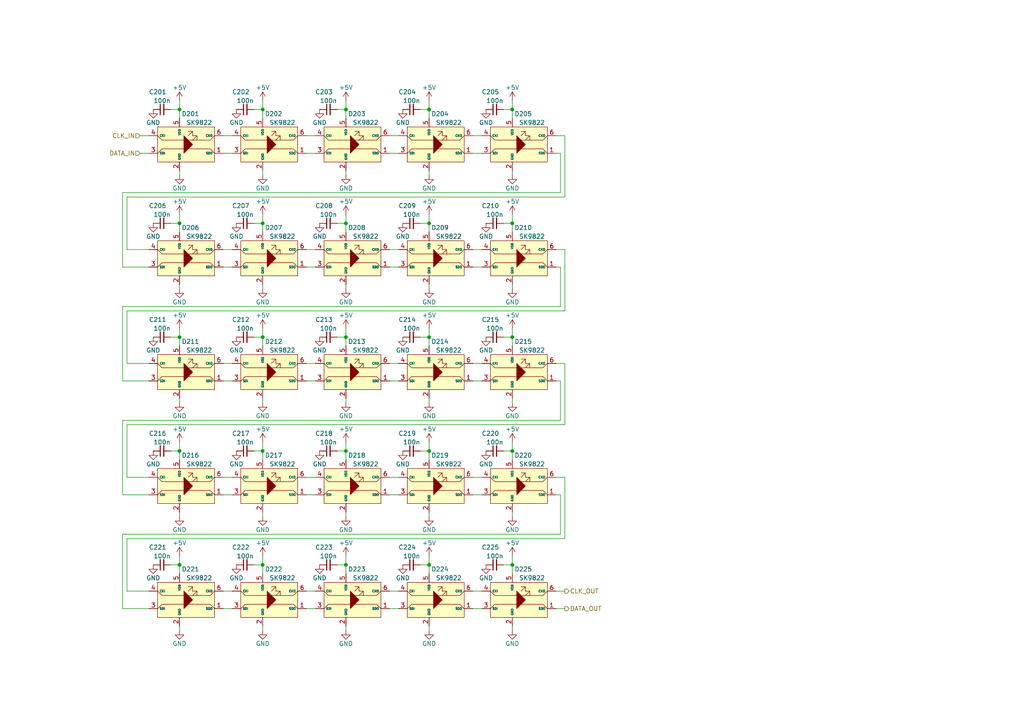
<source format=kicad_sch>
(kicad_sch (version 20210621) (generator eeschema)
  (paper "A4")
  (lib_symbols
    (symbol "Device:C_Small" (pin_numbers hide) (pin_names (offset 0.254) hide)
      (property "Reference" "C" (at 0.254 1.778 0))
      (property "Value" "C_Small" (at 0.254 -2.032 0))
      (symbol "C_Small_0_1"
        (polyline (pts (xy -1.524 -0.508) (xy 1.524 -0.508)) (stroke (width 0.3302)))
        (polyline (pts (xy -1.524 0.508) (xy 1.524 0.508)) (stroke (width 0.3048)))
      )
      (symbol "C_Small_1_1"
        (pin passive line (at 0 2.54 270) (length 2.032) (name "~") (number "1"))
        (pin passive line (at 0 -2.54 90) (length 2.032) (name "~") (number "2"))
      )
    )
    (symbol "LED_Addrs:SK9822"
      (property "Reference" "D" (at 0 1.27 0))
      (property "Value" "SK9822" (at 11.43 1.27 0))
      (symbol "SK9822_0_1"
        (polyline (pts (xy 0 -7.62) (xy 1.27 -6.35) (xy 7.62 -6.35)) (stroke (width 0.1524)))
        (polyline (pts (xy 7.62 -3.81) (xy 1.27 -3.81) (xy 0 -2.54)) (stroke (width 0.1524)))
        (polyline (pts (xy 8.89 -6.35) (xy 15.24 -6.35) (xy 16.51 -7.62)) (stroke (width 0.1524)))
        (polyline (pts (xy 8.89 -3.81) (xy 15.24 -3.81) (xy 16.51 -2.54)) (stroke (width 0.1524)))
        (polyline (pts (xy 7.62 -2.54) (xy 7.62 -7.62) (xy 10.16 -5.08) (xy 7.62 -2.54)) (stroke (width 0.1524)) (fill (type outline)))
        (polyline (pts (xy 8.89 -2.54) (xy 10.16 -1.27) (xy 8.89 -1.27) (xy 10.16 -1.27) (xy 10.16 -2.54)) (stroke (width 0.1524)))
        (polyline (pts (xy 10.16 -3.81) (xy 11.43 -2.54) (xy 10.16 -2.54) (xy 11.43 -2.54) (xy 11.43 -3.81)) (stroke (width 0.1524)))
        (rectangle (start 0 0) (end 16.51 -10.16) (stroke (width 0.1524)) (fill (type background)))
      )
      (symbol "SK9822_1_1"
        (pin input line (at 19.05 -7.62 180) (length 2.54) (name "SDO") (number "1"))
        (pin input line (at 6.35 -12.7 90) (length 2.54) (name "GND") (number "2"))
        (pin input line (at -2.54 -7.62 0) (length 2.54) (name "SDI") (number "3"))
        (pin input line (at -2.54 -2.54 0) (length 2.54) (name "CKI") (number "4"))
        (pin input line (at 6.35 2.54 270) (length 2.54) (name "VDD") (number "5"))
        (pin input line (at 19.05 -2.54 180) (length 2.54) (name "CKO") (number "6"))
      )
    )
    (symbol "power:+5V" (power) (pin_names (offset 0))
      (property "Value" "+5V" (at 0 3.556 0))
      (symbol "+5V_0_1"
        (polyline (pts (xy -0.762 1.27) (xy 0 2.54)))
        (polyline (pts (xy 0 0) (xy 0 2.54)))
        (polyline (pts (xy 0 2.54) (xy 0.762 1.27)))
      )
      (symbol "+5V_1_1"
        (pin power_in line (at 0 0 90) (length 0) hide (name "+5V") (number "1"))
      )
    )
    (symbol "power:GND" (power) (pin_names (offset 0))
      (property "Value" "GND" (at 0 -3.81 0))
      (symbol "GND_0_1"
        (polyline (pts (xy 0 0) (xy 0 -1.27) (xy 1.27 -1.27) (xy 0 -2.54) (xy -1.27 -1.27) (xy 0 -1.27)))
      )
      (symbol "GND_1_1"
        (pin power_in line (at 0 0 270) (length 0) hide (name "GND") (number "1"))
      )
    )
  )
  (junction (at 52.07 31.75))
  (junction (at 52.07 64.77))
  (junction (at 52.07 97.79))
  (junction (at 52.07 130.81))
  (junction (at 52.07 163.83))
  (junction (at 76.2 31.75))
  (junction (at 76.2 64.77))
  (junction (at 76.2 97.79))
  (junction (at 76.2 130.81))
  (junction (at 76.2 163.83))
  (junction (at 100.33 31.75))
  (junction (at 100.33 64.77))
  (junction (at 100.33 97.79))
  (junction (at 100.33 130.81))
  (junction (at 100.33 163.83))
  (junction (at 124.46 31.75))
  (junction (at 124.46 64.77))
  (junction (at 124.46 97.79))
  (junction (at 124.46 130.81))
  (junction (at 124.46 163.83))
  (junction (at 148.59 31.75))
  (junction (at 148.59 64.77))
  (junction (at 148.59 97.79))
  (junction (at 148.59 130.81))
  (junction (at 148.59 163.83))
  (wire (pts (xy 35.56 55.88) (xy 35.56 77.47)))
  (wire (pts (xy 35.56 77.47) (xy 43.18 77.47)))
  (wire (pts (xy 35.56 88.9) (xy 35.56 110.49)))
  (wire (pts (xy 35.56 110.49) (xy 43.18 110.49)))
  (wire (pts (xy 35.56 121.92) (xy 35.56 143.51)))
  (wire (pts (xy 35.56 143.51) (xy 43.18 143.51)))
  (wire (pts (xy 35.56 154.94) (xy 35.56 176.53)))
  (wire (pts (xy 35.56 176.53) (xy 43.18 176.53)))
  (wire (pts (xy 36.83 57.15) (xy 36.83 72.39)))
  (wire (pts (xy 36.83 72.39) (xy 43.18 72.39)))
  (wire (pts (xy 36.83 90.17) (xy 163.83 90.17)))
  (wire (pts (xy 36.83 105.41) (xy 36.83 90.17)))
  (wire (pts (xy 36.83 123.19) (xy 163.83 123.19)))
  (wire (pts (xy 36.83 138.43) (xy 36.83 123.19)))
  (wire (pts (xy 36.83 156.21) (xy 163.83 156.21)))
  (wire (pts (xy 36.83 171.45) (xy 36.83 156.21)))
  (wire (pts (xy 40.64 39.37) (xy 43.18 39.37)))
  (wire (pts (xy 40.64 44.45) (xy 43.18 44.45)))
  (wire (pts (xy 43.18 105.41) (xy 36.83 105.41)))
  (wire (pts (xy 43.18 138.43) (xy 36.83 138.43)))
  (wire (pts (xy 43.18 171.45) (xy 36.83 171.45)))
  (wire (pts (xy 49.53 31.75) (xy 52.07 31.75)))
  (wire (pts (xy 49.53 64.77) (xy 52.07 64.77)))
  (wire (pts (xy 49.53 97.79) (xy 52.07 97.79)))
  (wire (pts (xy 49.53 130.81) (xy 52.07 130.81)))
  (wire (pts (xy 49.53 163.83) (xy 52.07 163.83)))
  (wire (pts (xy 52.07 29.21) (xy 52.07 31.75)))
  (wire (pts (xy 52.07 31.75) (xy 52.07 34.29)))
  (wire (pts (xy 52.07 50.8) (xy 52.07 49.53)))
  (wire (pts (xy 52.07 62.23) (xy 52.07 64.77)))
  (wire (pts (xy 52.07 64.77) (xy 52.07 67.31)))
  (wire (pts (xy 52.07 83.82) (xy 52.07 82.55)))
  (wire (pts (xy 52.07 95.25) (xy 52.07 97.79)))
  (wire (pts (xy 52.07 97.79) (xy 52.07 100.33)))
  (wire (pts (xy 52.07 116.84) (xy 52.07 115.57)))
  (wire (pts (xy 52.07 128.27) (xy 52.07 130.81)))
  (wire (pts (xy 52.07 130.81) (xy 52.07 133.35)))
  (wire (pts (xy 52.07 149.86) (xy 52.07 148.59)))
  (wire (pts (xy 52.07 161.29) (xy 52.07 163.83)))
  (wire (pts (xy 52.07 163.83) (xy 52.07 166.37)))
  (wire (pts (xy 52.07 182.88) (xy 52.07 181.61)))
  (wire (pts (xy 67.31 39.37) (xy 64.77 39.37)))
  (wire (pts (xy 67.31 44.45) (xy 64.77 44.45)))
  (wire (pts (xy 67.31 72.39) (xy 64.77 72.39)))
  (wire (pts (xy 67.31 77.47) (xy 64.77 77.47)))
  (wire (pts (xy 67.31 105.41) (xy 64.77 105.41)))
  (wire (pts (xy 67.31 110.49) (xy 64.77 110.49)))
  (wire (pts (xy 67.31 138.43) (xy 64.77 138.43)))
  (wire (pts (xy 67.31 143.51) (xy 64.77 143.51)))
  (wire (pts (xy 67.31 171.45) (xy 64.77 171.45)))
  (wire (pts (xy 67.31 176.53) (xy 64.77 176.53)))
  (wire (pts (xy 73.66 31.75) (xy 76.2 31.75)))
  (wire (pts (xy 73.66 64.77) (xy 76.2 64.77)))
  (wire (pts (xy 73.66 97.79) (xy 76.2 97.79)))
  (wire (pts (xy 73.66 130.81) (xy 76.2 130.81)))
  (wire (pts (xy 73.66 163.83) (xy 76.2 163.83)))
  (wire (pts (xy 76.2 29.21) (xy 76.2 31.75)))
  (wire (pts (xy 76.2 31.75) (xy 76.2 34.29)))
  (wire (pts (xy 76.2 50.8) (xy 76.2 49.53)))
  (wire (pts (xy 76.2 62.23) (xy 76.2 64.77)))
  (wire (pts (xy 76.2 64.77) (xy 76.2 67.31)))
  (wire (pts (xy 76.2 83.82) (xy 76.2 82.55)))
  (wire (pts (xy 76.2 95.25) (xy 76.2 97.79)))
  (wire (pts (xy 76.2 97.79) (xy 76.2 100.33)))
  (wire (pts (xy 76.2 116.84) (xy 76.2 115.57)))
  (wire (pts (xy 76.2 128.27) (xy 76.2 130.81)))
  (wire (pts (xy 76.2 130.81) (xy 76.2 133.35)))
  (wire (pts (xy 76.2 149.86) (xy 76.2 148.59)))
  (wire (pts (xy 76.2 161.29) (xy 76.2 163.83)))
  (wire (pts (xy 76.2 163.83) (xy 76.2 166.37)))
  (wire (pts (xy 76.2 182.88) (xy 76.2 181.61)))
  (wire (pts (xy 91.44 39.37) (xy 88.9 39.37)))
  (wire (pts (xy 91.44 44.45) (xy 88.9 44.45)))
  (wire (pts (xy 91.44 72.39) (xy 88.9 72.39)))
  (wire (pts (xy 91.44 77.47) (xy 88.9 77.47)))
  (wire (pts (xy 91.44 105.41) (xy 88.9 105.41)))
  (wire (pts (xy 91.44 110.49) (xy 88.9 110.49)))
  (wire (pts (xy 91.44 138.43) (xy 88.9 138.43)))
  (wire (pts (xy 91.44 143.51) (xy 88.9 143.51)))
  (wire (pts (xy 91.44 171.45) (xy 88.9 171.45)))
  (wire (pts (xy 91.44 176.53) (xy 88.9 176.53)))
  (wire (pts (xy 97.79 31.75) (xy 100.33 31.75)))
  (wire (pts (xy 97.79 64.77) (xy 100.33 64.77)))
  (wire (pts (xy 97.79 97.79) (xy 100.33 97.79)))
  (wire (pts (xy 97.79 130.81) (xy 100.33 130.81)))
  (wire (pts (xy 97.79 163.83) (xy 100.33 163.83)))
  (wire (pts (xy 100.33 29.21) (xy 100.33 31.75)))
  (wire (pts (xy 100.33 31.75) (xy 100.33 34.29)))
  (wire (pts (xy 100.33 50.8) (xy 100.33 49.53)))
  (wire (pts (xy 100.33 62.23) (xy 100.33 64.77)))
  (wire (pts (xy 100.33 64.77) (xy 100.33 67.31)))
  (wire (pts (xy 100.33 83.82) (xy 100.33 82.55)))
  (wire (pts (xy 100.33 95.25) (xy 100.33 97.79)))
  (wire (pts (xy 100.33 97.79) (xy 100.33 100.33)))
  (wire (pts (xy 100.33 116.84) (xy 100.33 115.57)))
  (wire (pts (xy 100.33 128.27) (xy 100.33 130.81)))
  (wire (pts (xy 100.33 130.81) (xy 100.33 133.35)))
  (wire (pts (xy 100.33 149.86) (xy 100.33 148.59)))
  (wire (pts (xy 100.33 161.29) (xy 100.33 163.83)))
  (wire (pts (xy 100.33 163.83) (xy 100.33 166.37)))
  (wire (pts (xy 100.33 182.88) (xy 100.33 181.61)))
  (wire (pts (xy 115.57 39.37) (xy 113.03 39.37)))
  (wire (pts (xy 115.57 44.45) (xy 113.03 44.45)))
  (wire (pts (xy 115.57 72.39) (xy 113.03 72.39)))
  (wire (pts (xy 115.57 77.47) (xy 113.03 77.47)))
  (wire (pts (xy 115.57 105.41) (xy 113.03 105.41)))
  (wire (pts (xy 115.57 110.49) (xy 113.03 110.49)))
  (wire (pts (xy 115.57 138.43) (xy 113.03 138.43)))
  (wire (pts (xy 115.57 143.51) (xy 113.03 143.51)))
  (wire (pts (xy 115.57 171.45) (xy 113.03 171.45)))
  (wire (pts (xy 115.57 176.53) (xy 113.03 176.53)))
  (wire (pts (xy 121.92 31.75) (xy 124.46 31.75)))
  (wire (pts (xy 121.92 64.77) (xy 124.46 64.77)))
  (wire (pts (xy 121.92 97.79) (xy 124.46 97.79)))
  (wire (pts (xy 121.92 130.81) (xy 124.46 130.81)))
  (wire (pts (xy 121.92 163.83) (xy 124.46 163.83)))
  (wire (pts (xy 124.46 29.21) (xy 124.46 31.75)))
  (wire (pts (xy 124.46 31.75) (xy 124.46 34.29)))
  (wire (pts (xy 124.46 50.8) (xy 124.46 49.53)))
  (wire (pts (xy 124.46 62.23) (xy 124.46 64.77)))
  (wire (pts (xy 124.46 64.77) (xy 124.46 67.31)))
  (wire (pts (xy 124.46 83.82) (xy 124.46 82.55)))
  (wire (pts (xy 124.46 95.25) (xy 124.46 97.79)))
  (wire (pts (xy 124.46 97.79) (xy 124.46 100.33)))
  (wire (pts (xy 124.46 116.84) (xy 124.46 115.57)))
  (wire (pts (xy 124.46 128.27) (xy 124.46 130.81)))
  (wire (pts (xy 124.46 130.81) (xy 124.46 133.35)))
  (wire (pts (xy 124.46 149.86) (xy 124.46 148.59)))
  (wire (pts (xy 124.46 161.29) (xy 124.46 163.83)))
  (wire (pts (xy 124.46 163.83) (xy 124.46 166.37)))
  (wire (pts (xy 124.46 182.88) (xy 124.46 181.61)))
  (wire (pts (xy 139.7 39.37) (xy 137.16 39.37)))
  (wire (pts (xy 139.7 44.45) (xy 137.16 44.45)))
  (wire (pts (xy 139.7 72.39) (xy 137.16 72.39)))
  (wire (pts (xy 139.7 77.47) (xy 137.16 77.47)))
  (wire (pts (xy 139.7 105.41) (xy 137.16 105.41)))
  (wire (pts (xy 139.7 110.49) (xy 137.16 110.49)))
  (wire (pts (xy 139.7 138.43) (xy 137.16 138.43)))
  (wire (pts (xy 139.7 143.51) (xy 137.16 143.51)))
  (wire (pts (xy 139.7 171.45) (xy 137.16 171.45)))
  (wire (pts (xy 139.7 176.53) (xy 137.16 176.53)))
  (wire (pts (xy 146.05 31.75) (xy 148.59 31.75)))
  (wire (pts (xy 146.05 64.77) (xy 148.59 64.77)))
  (wire (pts (xy 146.05 97.79) (xy 148.59 97.79)))
  (wire (pts (xy 146.05 130.81) (xy 148.59 130.81)))
  (wire (pts (xy 146.05 163.83) (xy 148.59 163.83)))
  (wire (pts (xy 148.59 29.21) (xy 148.59 31.75)))
  (wire (pts (xy 148.59 31.75) (xy 148.59 34.29)))
  (wire (pts (xy 148.59 50.8) (xy 148.59 49.53)))
  (wire (pts (xy 148.59 62.23) (xy 148.59 64.77)))
  (wire (pts (xy 148.59 64.77) (xy 148.59 67.31)))
  (wire (pts (xy 148.59 83.82) (xy 148.59 82.55)))
  (wire (pts (xy 148.59 95.25) (xy 148.59 97.79)))
  (wire (pts (xy 148.59 97.79) (xy 148.59 100.33)))
  (wire (pts (xy 148.59 116.84) (xy 148.59 115.57)))
  (wire (pts (xy 148.59 128.27) (xy 148.59 130.81)))
  (wire (pts (xy 148.59 130.81) (xy 148.59 133.35)))
  (wire (pts (xy 148.59 149.86) (xy 148.59 148.59)))
  (wire (pts (xy 148.59 161.29) (xy 148.59 163.83)))
  (wire (pts (xy 148.59 163.83) (xy 148.59 166.37)))
  (wire (pts (xy 148.59 182.88) (xy 148.59 181.61)))
  (wire (pts (xy 161.29 39.37) (xy 163.83 39.37)))
  (wire (pts (xy 161.29 44.45) (xy 162.56 44.45)))
  (wire (pts (xy 161.29 77.47) (xy 162.56 77.47)))
  (wire (pts (xy 161.29 110.49) (xy 162.56 110.49)))
  (wire (pts (xy 161.29 143.51) (xy 162.56 143.51)))
  (wire (pts (xy 162.56 44.45) (xy 162.56 55.88)))
  (wire (pts (xy 162.56 55.88) (xy 35.56 55.88)))
  (wire (pts (xy 162.56 77.47) (xy 162.56 88.9)))
  (wire (pts (xy 162.56 88.9) (xy 35.56 88.9)))
  (wire (pts (xy 162.56 110.49) (xy 162.56 121.92)))
  (wire (pts (xy 162.56 121.92) (xy 35.56 121.92)))
  (wire (pts (xy 162.56 143.51) (xy 162.56 154.94)))
  (wire (pts (xy 162.56 154.94) (xy 35.56 154.94)))
  (wire (pts (xy 163.83 39.37) (xy 163.83 57.15)))
  (wire (pts (xy 163.83 57.15) (xy 36.83 57.15)))
  (wire (pts (xy 163.83 72.39) (xy 161.29 72.39)))
  (wire (pts (xy 163.83 90.17) (xy 163.83 72.39)))
  (wire (pts (xy 163.83 105.41) (xy 161.29 105.41)))
  (wire (pts (xy 163.83 123.19) (xy 163.83 105.41)))
  (wire (pts (xy 163.83 138.43) (xy 161.29 138.43)))
  (wire (pts (xy 163.83 156.21) (xy 163.83 138.43)))
  (wire (pts (xy 163.83 171.45) (xy 161.29 171.45)))
  (wire (pts (xy 163.83 176.53) (xy 161.29 176.53)))
  (hierarchical_label "CLK_IN" (shape input) (at 40.64 39.37 180))
  (hierarchical_label "DATA_IN" (shape input) (at 40.64 44.45 180))
  (hierarchical_label "CLK_OUT" (shape output) (at 163.83 171.45 0))
  (hierarchical_label "DATA_OUT" (shape output) (at 163.83 176.53 0))
  (symbol (lib_id "power:+5V") (at 52.07 29.21 0)
    (property "Reference" "#PWR0601" (effects hide))
    (property "Value" "+5V" (at 52.07 25.4 0))
  )
  (symbol (lib_id "power:+5V") (at 52.07 62.23 0)
    (property "Reference" "#PWR0616" (effects hide))
    (property "Value" "+5V" (at 52.07 58.42 0))
  )
  (symbol (lib_id "power:+5V") (at 52.07 95.25 0)
    (property "Reference" "#PWR0631" (effects hide))
    (property "Value" "+5V" (at 52.07 91.44 0))
  )
  (symbol (lib_id "power:+5V") (at 52.07 128.27 0)
    (property "Reference" "#PWR0646" (effects hide))
    (property "Value" "+5V" (at 52.07 124.46 0))
  )
  (symbol (lib_id "power:+5V") (at 52.07 161.29 0)
    (property "Reference" "#PWR0661" (effects hide))
    (property "Value" "+5V" (at 52.07 157.48 0))
  )
  (symbol (lib_id "power:+5V") (at 76.2 29.21 0)
    (property "Reference" "#PWR0602" (effects hide))
    (property "Value" "+5V" (at 76.2 25.4 0))
  )
  (symbol (lib_id "power:+5V") (at 76.2 62.23 0)
    (property "Reference" "#PWR0617" (effects hide))
    (property "Value" "+5V" (at 76.2 58.42 0))
  )
  (symbol (lib_id "power:+5V") (at 76.2 95.25 0)
    (property "Reference" "#PWR0632" (effects hide))
    (property "Value" "+5V" (at 76.2 91.44 0))
  )
  (symbol (lib_id "power:+5V") (at 76.2 128.27 0)
    (property "Reference" "#PWR0647" (effects hide))
    (property "Value" "+5V" (at 76.2 124.46 0))
  )
  (symbol (lib_id "power:+5V") (at 76.2 161.29 0)
    (property "Reference" "#PWR0662" (effects hide))
    (property "Value" "+5V" (at 76.2 157.48 0))
  )
  (symbol (lib_id "power:+5V") (at 100.33 29.21 0)
    (property "Reference" "#PWR0603" (effects hide))
    (property "Value" "+5V" (at 100.33 25.4 0))
  )
  (symbol (lib_id "power:+5V") (at 100.33 62.23 0)
    (property "Reference" "#PWR0618" (effects hide))
    (property "Value" "+5V" (at 100.33 58.42 0))
  )
  (symbol (lib_id "power:+5V") (at 100.33 95.25 0)
    (property "Reference" "#PWR0633" (effects hide))
    (property "Value" "+5V" (at 100.33 91.44 0))
  )
  (symbol (lib_id "power:+5V") (at 100.33 128.27 0)
    (property "Reference" "#PWR0648" (effects hide))
    (property "Value" "+5V" (at 100.33 124.46 0))
  )
  (symbol (lib_id "power:+5V") (at 100.33 161.29 0)
    (property "Reference" "#PWR0663" (effects hide))
    (property "Value" "+5V" (at 100.33 157.48 0))
  )
  (symbol (lib_id "power:+5V") (at 124.46 29.21 0)
    (property "Reference" "#PWR0604" (effects hide))
    (property "Value" "+5V" (at 124.46 25.4 0))
  )
  (symbol (lib_id "power:+5V") (at 124.46 62.23 0)
    (property "Reference" "#PWR0619" (effects hide))
    (property "Value" "+5V" (at 124.46 58.42 0))
  )
  (symbol (lib_id "power:+5V") (at 124.46 95.25 0)
    (property "Reference" "#PWR0634" (effects hide))
    (property "Value" "+5V" (at 124.46 91.44 0))
  )
  (symbol (lib_id "power:+5V") (at 124.46 128.27 0)
    (property "Reference" "#PWR0649" (effects hide))
    (property "Value" "+5V" (at 124.46 124.46 0))
  )
  (symbol (lib_id "power:+5V") (at 124.46 161.29 0)
    (property "Reference" "#PWR0664" (effects hide))
    (property "Value" "+5V" (at 124.46 157.48 0))
  )
  (symbol (lib_id "power:+5V") (at 148.59 29.21 0)
    (property "Reference" "#PWR0605" (effects hide))
    (property "Value" "+5V" (at 148.59 25.4 0))
  )
  (symbol (lib_id "power:+5V") (at 148.59 62.23 0)
    (property "Reference" "#PWR0620" (effects hide))
    (property "Value" "+5V" (at 148.59 58.42 0))
  )
  (symbol (lib_id "power:+5V") (at 148.59 95.25 0)
    (property "Reference" "#PWR0635" (effects hide))
    (property "Value" "+5V" (at 148.59 91.44 0))
  )
  (symbol (lib_id "power:+5V") (at 148.59 128.27 0)
    (property "Reference" "#PWR0650" (effects hide))
    (property "Value" "+5V" (at 148.59 124.46 0))
  )
  (symbol (lib_id "power:+5V") (at 148.59 161.29 0)
    (property "Reference" "#PWR0665" (effects hide))
    (property "Value" "+5V" (at 148.59 157.48 0))
  )
  (symbol (lib_id "power:GND") (at 44.45 31.75 0)
    (property "Reference" "#PWR0606" (effects hide))
    (property "Value" "GND" (at 44.45 35.56 0))
  )
  (symbol (lib_id "power:GND") (at 44.45 64.77 0)
    (property "Reference" "#PWR0621" (effects hide))
    (property "Value" "GND" (at 44.45 68.58 0))
  )
  (symbol (lib_id "power:GND") (at 44.45 97.79 0)
    (property "Reference" "#PWR0636" (effects hide))
    (property "Value" "GND" (at 44.45 101.6 0))
  )
  (symbol (lib_id "power:GND") (at 44.45 130.81 0)
    (property "Reference" "#PWR0651" (effects hide))
    (property "Value" "GND" (at 44.45 134.62 0))
  )
  (symbol (lib_id "power:GND") (at 44.45 163.83 0)
    (property "Reference" "#PWR0666" (effects hide))
    (property "Value" "GND" (at 44.45 167.64 0))
  )
  (symbol (lib_id "power:GND") (at 52.07 50.8 0)
    (property "Reference" "#PWR0611" (effects hide))
    (property "Value" "GND" (at 52.07 54.61 0))
  )
  (symbol (lib_id "power:GND") (at 52.07 83.82 0)
    (property "Reference" "#PWR0626" (effects hide))
    (property "Value" "GND" (at 52.07 87.63 0))
  )
  (symbol (lib_id "power:GND") (at 52.07 116.84 0)
    (property "Reference" "#PWR0641" (effects hide))
    (property "Value" "GND" (at 52.07 120.65 0))
  )
  (symbol (lib_id "power:GND") (at 52.07 149.86 0)
    (property "Reference" "#PWR0656" (effects hide))
    (property "Value" "GND" (at 52.07 153.67 0))
  )
  (symbol (lib_id "power:GND") (at 52.07 182.88 0)
    (property "Reference" "#PWR0671" (effects hide))
    (property "Value" "GND" (at 52.07 186.69 0))
  )
  (symbol (lib_id "power:GND") (at 68.58 31.75 0)
    (property "Reference" "#PWR0607" (effects hide))
    (property "Value" "GND" (at 68.58 35.56 0))
  )
  (symbol (lib_id "power:GND") (at 68.58 64.77 0)
    (property "Reference" "#PWR0622" (effects hide))
    (property "Value" "GND" (at 68.58 68.58 0))
  )
  (symbol (lib_id "power:GND") (at 68.58 97.79 0)
    (property "Reference" "#PWR0637" (effects hide))
    (property "Value" "GND" (at 68.58 101.6 0))
  )
  (symbol (lib_id "power:GND") (at 68.58 130.81 0)
    (property "Reference" "#PWR0652" (effects hide))
    (property "Value" "GND" (at 68.58 134.62 0))
  )
  (symbol (lib_id "power:GND") (at 68.58 163.83 0)
    (property "Reference" "#PWR0667" (effects hide))
    (property "Value" "GND" (at 68.58 167.64 0))
  )
  (symbol (lib_id "power:GND") (at 76.2 50.8 0)
    (property "Reference" "#PWR0612" (effects hide))
    (property "Value" "GND" (at 76.2 54.61 0))
  )
  (symbol (lib_id "power:GND") (at 76.2 83.82 0)
    (property "Reference" "#PWR0627" (effects hide))
    (property "Value" "GND" (at 76.2 87.63 0))
  )
  (symbol (lib_id "power:GND") (at 76.2 116.84 0)
    (property "Reference" "#PWR0642" (effects hide))
    (property "Value" "GND" (at 76.2 120.65 0))
  )
  (symbol (lib_id "power:GND") (at 76.2 149.86 0)
    (property "Reference" "#PWR0657" (effects hide))
    (property "Value" "GND" (at 76.2 153.67 0))
  )
  (symbol (lib_id "power:GND") (at 76.2 182.88 0)
    (property "Reference" "#PWR0672" (effects hide))
    (property "Value" "GND" (at 76.2 186.69 0))
  )
  (symbol (lib_id "power:GND") (at 92.71 31.75 0)
    (property "Reference" "#PWR0608" (effects hide))
    (property "Value" "GND" (at 92.71 35.56 0))
  )
  (symbol (lib_id "power:GND") (at 92.71 64.77 0)
    (property "Reference" "#PWR0623" (effects hide))
    (property "Value" "GND" (at 92.71 68.58 0))
  )
  (symbol (lib_id "power:GND") (at 92.71 97.79 0)
    (property "Reference" "#PWR0638" (effects hide))
    (property "Value" "GND" (at 92.71 101.6 0))
  )
  (symbol (lib_id "power:GND") (at 92.71 130.81 0)
    (property "Reference" "#PWR0653" (effects hide))
    (property "Value" "GND" (at 92.71 134.62 0))
  )
  (symbol (lib_id "power:GND") (at 92.71 163.83 0)
    (property "Reference" "#PWR0668" (effects hide))
    (property "Value" "GND" (at 92.71 167.64 0))
  )
  (symbol (lib_id "power:GND") (at 100.33 50.8 0)
    (property "Reference" "#PWR0613" (effects hide))
    (property "Value" "GND" (at 100.33 54.61 0))
  )
  (symbol (lib_id "power:GND") (at 100.33 83.82 0)
    (property "Reference" "#PWR0628" (effects hide))
    (property "Value" "GND" (at 100.33 87.63 0))
  )
  (symbol (lib_id "power:GND") (at 100.33 116.84 0)
    (property "Reference" "#PWR0643" (effects hide))
    (property "Value" "GND" (at 100.33 120.65 0))
  )
  (symbol (lib_id "power:GND") (at 100.33 149.86 0)
    (property "Reference" "#PWR0658" (effects hide))
    (property "Value" "GND" (at 100.33 153.67 0))
  )
  (symbol (lib_id "power:GND") (at 100.33 182.88 0)
    (property "Reference" "#PWR0673" (effects hide))
    (property "Value" "GND" (at 100.33 186.69 0))
  )
  (symbol (lib_id "power:GND") (at 116.84 31.75 0)
    (property "Reference" "#PWR0609" (effects hide))
    (property "Value" "GND" (at 116.84 35.56 0))
  )
  (symbol (lib_id "power:GND") (at 116.84 64.77 0)
    (property "Reference" "#PWR0624" (effects hide))
    (property "Value" "GND" (at 116.84 68.58 0))
  )
  (symbol (lib_id "power:GND") (at 116.84 97.79 0)
    (property "Reference" "#PWR0639" (effects hide))
    (property "Value" "GND" (at 116.84 101.6 0))
  )
  (symbol (lib_id "power:GND") (at 116.84 130.81 0)
    (property "Reference" "#PWR0654" (effects hide))
    (property "Value" "GND" (at 116.84 134.62 0))
  )
  (symbol (lib_id "power:GND") (at 116.84 163.83 0)
    (property "Reference" "#PWR0669" (effects hide))
    (property "Value" "GND" (at 116.84 167.64 0))
  )
  (symbol (lib_id "power:GND") (at 124.46 50.8 0)
    (property "Reference" "#PWR0614" (effects hide))
    (property "Value" "GND" (at 124.46 54.61 0))
  )
  (symbol (lib_id "power:GND") (at 124.46 83.82 0)
    (property "Reference" "#PWR0629" (effects hide))
    (property "Value" "GND" (at 124.46 87.63 0))
  )
  (symbol (lib_id "power:GND") (at 124.46 116.84 0)
    (property "Reference" "#PWR0644" (effects hide))
    (property "Value" "GND" (at 124.46 120.65 0))
  )
  (symbol (lib_id "power:GND") (at 124.46 149.86 0)
    (property "Reference" "#PWR0659" (effects hide))
    (property "Value" "GND" (at 124.46 153.67 0))
  )
  (symbol (lib_id "power:GND") (at 124.46 182.88 0)
    (property "Reference" "#PWR0674" (effects hide))
    (property "Value" "GND" (at 124.46 186.69 0))
  )
  (symbol (lib_id "power:GND") (at 140.97 31.75 0)
    (property "Reference" "#PWR0610" (effects hide))
    (property "Value" "GND" (at 140.97 35.56 0))
  )
  (symbol (lib_id "power:GND") (at 140.97 64.77 0)
    (property "Reference" "#PWR0625" (effects hide))
    (property "Value" "GND" (at 140.97 68.58 0))
  )
  (symbol (lib_id "power:GND") (at 140.97 97.79 0)
    (property "Reference" "#PWR0640" (effects hide))
    (property "Value" "GND" (at 140.97 101.6 0))
  )
  (symbol (lib_id "power:GND") (at 140.97 130.81 0)
    (property "Reference" "#PWR0655" (effects hide))
    (property "Value" "GND" (at 140.97 134.62 0))
  )
  (symbol (lib_id "power:GND") (at 140.97 163.83 0)
    (property "Reference" "#PWR0670" (effects hide))
    (property "Value" "GND" (at 140.97 167.64 0))
  )
  (symbol (lib_id "power:GND") (at 148.59 50.8 0)
    (property "Reference" "#PWR0615" (effects hide))
    (property "Value" "GND" (at 148.59 54.61 0))
  )
  (symbol (lib_id "power:GND") (at 148.59 83.82 0)
    (property "Reference" "#PWR0630" (effects hide))
    (property "Value" "GND" (at 148.59 87.63 0))
  )
  (symbol (lib_id "power:GND") (at 148.59 116.84 0)
    (property "Reference" "#PWR0645" (effects hide))
    (property "Value" "GND" (at 148.59 120.65 0))
  )
  (symbol (lib_id "power:GND") (at 148.59 149.86 0)
    (property "Reference" "#PWR0660" (effects hide))
    (property "Value" "GND" (at 148.59 153.67 0))
  )
  (symbol (lib_id "power:GND") (at 148.59 182.88 0)
    (property "Reference" "#PWR0675" (effects hide))
    (property "Value" "GND" (at 148.59 186.69 0))
  )
  (symbol (lib_id "Device:C_Small") (at 46.99 31.75 90)
    (property "Reference" "C201" (at 45.72 26.67 90))
    (property "Value" "100n" (at 46.99 29.21 90))
    (property "Footprint" "Capacitor_SMD:C_0402_1005Metric_Pad0.74x0.62mm_HandSolder" (effects hide))
  )
  (symbol (lib_id "Device:C_Small") (at 46.99 64.77 90)
    (property "Reference" "C206" (at 45.72 59.69 90))
    (property "Value" "100n" (at 46.99 62.23 90))
    (property "Footprint" "Capacitor_SMD:C_0402_1005Metric_Pad0.74x0.62mm_HandSolder" (effects hide))
  )
  (symbol (lib_id "Device:C_Small") (at 46.99 97.79 90)
    (property "Reference" "C211" (at 45.72 92.71 90))
    (property "Value" "100n" (at 46.99 95.25 90))
    (property "Footprint" "Capacitor_SMD:C_0402_1005Metric_Pad0.74x0.62mm_HandSolder" (effects hide))
  )
  (symbol (lib_id "Device:C_Small") (at 46.99 130.81 90)
    (property "Reference" "C216" (at 45.72 125.73 90))
    (property "Value" "100n" (at 46.99 128.27 90))
    (property "Footprint" "Capacitor_SMD:C_0402_1005Metric_Pad0.74x0.62mm_HandSolder" (effects hide))
  )
  (symbol (lib_id "Device:C_Small") (at 46.99 163.83 90)
    (property "Reference" "C221" (at 45.72 158.75 90))
    (property "Value" "100n" (at 46.99 161.29 90))
    (property "Footprint" "Capacitor_SMD:C_0402_1005Metric_Pad0.74x0.62mm_HandSolder" (effects hide))
  )
  (symbol (lib_id "Device:C_Small") (at 71.12 31.75 90)
    (property "Reference" "C202" (at 69.85 26.67 90))
    (property "Value" "100n" (at 71.12 29.21 90))
    (property "Footprint" "Capacitor_SMD:C_0402_1005Metric_Pad0.74x0.62mm_HandSolder" (effects hide))
  )
  (symbol (lib_id "Device:C_Small") (at 71.12 64.77 90)
    (property "Reference" "C207" (at 69.85 59.69 90))
    (property "Value" "100n" (at 71.12 62.23 90))
    (property "Footprint" "Capacitor_SMD:C_0402_1005Metric_Pad0.74x0.62mm_HandSolder" (effects hide))
  )
  (symbol (lib_id "Device:C_Small") (at 71.12 97.79 90)
    (property "Reference" "C212" (at 69.85 92.71 90))
    (property "Value" "100n" (at 71.12 95.25 90))
    (property "Footprint" "Capacitor_SMD:C_0402_1005Metric_Pad0.74x0.62mm_HandSolder" (effects hide))
  )
  (symbol (lib_id "Device:C_Small") (at 71.12 130.81 90)
    (property "Reference" "C217" (at 69.85 125.73 90))
    (property "Value" "100n" (at 71.12 128.27 90))
    (property "Footprint" "Capacitor_SMD:C_0402_1005Metric_Pad0.74x0.62mm_HandSolder" (effects hide))
  )
  (symbol (lib_id "Device:C_Small") (at 71.12 163.83 90)
    (property "Reference" "C222" (at 69.85 158.75 90))
    (property "Value" "100n" (at 71.12 161.29 90))
    (property "Footprint" "Capacitor_SMD:C_0402_1005Metric_Pad0.74x0.62mm_HandSolder" (effects hide))
  )
  (symbol (lib_id "Device:C_Small") (at 95.25 31.75 90)
    (property "Reference" "C203" (at 93.98 26.67 90))
    (property "Value" "100n" (at 95.25 29.21 90))
    (property "Footprint" "Capacitor_SMD:C_0402_1005Metric_Pad0.74x0.62mm_HandSolder" (effects hide))
  )
  (symbol (lib_id "Device:C_Small") (at 95.25 64.77 90)
    (property "Reference" "C208" (at 93.98 59.69 90))
    (property "Value" "100n" (at 95.25 62.23 90))
    (property "Footprint" "Capacitor_SMD:C_0402_1005Metric_Pad0.74x0.62mm_HandSolder" (effects hide))
  )
  (symbol (lib_id "Device:C_Small") (at 95.25 97.79 90)
    (property "Reference" "C213" (at 93.98 92.71 90))
    (property "Value" "100n" (at 95.25 95.25 90))
    (property "Footprint" "Capacitor_SMD:C_0402_1005Metric_Pad0.74x0.62mm_HandSolder" (effects hide))
  )
  (symbol (lib_id "Device:C_Small") (at 95.25 130.81 90)
    (property "Reference" "C218" (at 93.98 125.73 90))
    (property "Value" "100n" (at 95.25 128.27 90))
    (property "Footprint" "Capacitor_SMD:C_0402_1005Metric_Pad0.74x0.62mm_HandSolder" (effects hide))
  )
  (symbol (lib_id "Device:C_Small") (at 95.25 163.83 90)
    (property "Reference" "C223" (at 93.98 158.75 90))
    (property "Value" "100n" (at 95.25 161.29 90))
    (property "Footprint" "Capacitor_SMD:C_0402_1005Metric_Pad0.74x0.62mm_HandSolder" (effects hide))
  )
  (symbol (lib_id "Device:C_Small") (at 119.38 31.75 90)
    (property "Reference" "C204" (at 118.11 26.67 90))
    (property "Value" "100n" (at 119.38 29.21 90))
    (property "Footprint" "Capacitor_SMD:C_0402_1005Metric_Pad0.74x0.62mm_HandSolder" (effects hide))
  )
  (symbol (lib_id "Device:C_Small") (at 119.38 64.77 90)
    (property "Reference" "C209" (at 118.11 59.69 90))
    (property "Value" "100n" (at 119.38 62.23 90))
    (property "Footprint" "Capacitor_SMD:C_0402_1005Metric_Pad0.74x0.62mm_HandSolder" (effects hide))
  )
  (symbol (lib_id "Device:C_Small") (at 119.38 97.79 90)
    (property "Reference" "C214" (at 118.11 92.71 90))
    (property "Value" "100n" (at 119.38 95.25 90))
    (property "Footprint" "Capacitor_SMD:C_0402_1005Metric_Pad0.74x0.62mm_HandSolder" (effects hide))
  )
  (symbol (lib_id "Device:C_Small") (at 119.38 130.81 90)
    (property "Reference" "C219" (at 118.11 125.73 90))
    (property "Value" "100n" (at 119.38 128.27 90))
    (property "Footprint" "Capacitor_SMD:C_0402_1005Metric_Pad0.74x0.62mm_HandSolder" (effects hide))
  )
  (symbol (lib_id "Device:C_Small") (at 119.38 163.83 90)
    (property "Reference" "C224" (at 118.11 158.75 90))
    (property "Value" "100n" (at 119.38 161.29 90))
    (property "Footprint" "Capacitor_SMD:C_0402_1005Metric_Pad0.74x0.62mm_HandSolder" (effects hide))
  )
  (symbol (lib_id "Device:C_Small") (at 143.51 31.75 90)
    (property "Reference" "C205" (at 142.24 26.67 90))
    (property "Value" "100n" (at 143.51 29.21 90))
    (property "Footprint" "Capacitor_SMD:C_0402_1005Metric_Pad0.74x0.62mm_HandSolder" (effects hide))
  )
  (symbol (lib_id "Device:C_Small") (at 143.51 64.77 90)
    (property "Reference" "C210" (at 142.24 59.69 90))
    (property "Value" "100n" (at 143.51 62.23 90))
    (property "Footprint" "Capacitor_SMD:C_0402_1005Metric_Pad0.74x0.62mm_HandSolder" (effects hide))
  )
  (symbol (lib_id "Device:C_Small") (at 143.51 97.79 90)
    (property "Reference" "C215" (at 142.24 92.71 90))
    (property "Value" "100n" (at 143.51 95.25 90))
    (property "Footprint" "Capacitor_SMD:C_0402_1005Metric_Pad0.74x0.62mm_HandSolder" (effects hide))
  )
  (symbol (lib_id "Device:C_Small") (at 143.51 130.81 90)
    (property "Reference" "C220" (at 142.24 125.73 90))
    (property "Value" "100n" (at 143.51 128.27 90))
    (property "Footprint" "Capacitor_SMD:C_0402_1005Metric_Pad0.74x0.62mm_HandSolder" (effects hide))
  )
  (symbol (lib_id "Device:C_Small") (at 143.51 163.83 90)
    (property "Reference" "C225" (at 142.24 158.75 90))
    (property "Value" "100n" (at 143.51 161.29 90))
    (property "Footprint" "Capacitor_SMD:C_0402_1005Metric_Pad0.74x0.62mm_HandSolder" (effects hide))
  )
  (symbol (lib_id "LED_Addrs:SK9822") (at 45.72 36.83 0)
    (property "Reference" "D201" (at 55.245 33.02 0))
    (property "Value" "SK9822" (at 57.785 35.56 0))
    (property "Footprint" "LED_Addrs:SK9822_2020" (effects hide))
    (property "Datasheet" "http://www.normandled.com/upload/201906/EC20-9822(SK9822-2020)%20LED%20Datasheet.pdf" (effects hide))
  )
  (symbol (lib_id "LED_Addrs:SK9822") (at 45.72 69.85 0)
    (property "Reference" "D206" (at 55.245 66.04 0))
    (property "Value" "SK9822" (at 57.785 68.58 0))
    (property "Footprint" "LED_Addrs:SK9822_2020" (effects hide))
    (property "Datasheet" "http://www.normandled.com/upload/201906/EC20-9822(SK9822-2020)%20LED%20Datasheet.pdf" (effects hide))
  )
  (symbol (lib_id "LED_Addrs:SK9822") (at 45.72 102.87 0)
    (property "Reference" "D211" (at 55.245 99.06 0))
    (property "Value" "SK9822" (at 57.785 101.6 0))
    (property "Footprint" "LED_Addrs:SK9822_2020" (effects hide))
    (property "Datasheet" "http://www.normandled.com/upload/201906/EC20-9822(SK9822-2020)%20LED%20Datasheet.pdf" (effects hide))
  )
  (symbol (lib_id "LED_Addrs:SK9822") (at 45.72 135.89 0)
    (property "Reference" "D216" (at 55.245 132.08 0))
    (property "Value" "SK9822" (at 57.785 134.62 0))
    (property "Footprint" "LED_Addrs:SK9822_2020" (effects hide))
    (property "Datasheet" "http://www.normandled.com/upload/201906/EC20-9822(SK9822-2020)%20LED%20Datasheet.pdf" (effects hide))
  )
  (symbol (lib_id "LED_Addrs:SK9822") (at 45.72 168.91 0)
    (property "Reference" "D221" (at 55.245 165.1 0))
    (property "Value" "SK9822" (at 57.785 167.64 0))
    (property "Footprint" "LED_Addrs:SK9822_2020" (effects hide))
    (property "Datasheet" "http://www.normandled.com/upload/201906/EC20-9822(SK9822-2020)%20LED%20Datasheet.pdf" (effects hide))
  )
  (symbol (lib_id "LED_Addrs:SK9822") (at 69.85 36.83 0)
    (property "Reference" "D202" (at 79.375 33.02 0))
    (property "Value" "SK9822" (at 81.915 35.56 0))
    (property "Footprint" "LED_Addrs:SK9822_2020" (effects hide))
    (property "Datasheet" "http://www.normandled.com/upload/201906/EC20-9822(SK9822-2020)%20LED%20Datasheet.pdf" (effects hide))
  )
  (symbol (lib_id "LED_Addrs:SK9822") (at 69.85 69.85 0)
    (property "Reference" "D207" (at 79.375 66.04 0))
    (property "Value" "SK9822" (at 81.915 68.58 0))
    (property "Footprint" "LED_Addrs:SK9822_2020" (effects hide))
    (property "Datasheet" "http://www.normandled.com/upload/201906/EC20-9822(SK9822-2020)%20LED%20Datasheet.pdf" (effects hide))
  )
  (symbol (lib_id "LED_Addrs:SK9822") (at 69.85 102.87 0)
    (property "Reference" "D212" (at 79.375 99.06 0))
    (property "Value" "SK9822" (at 81.915 101.6 0))
    (property "Footprint" "LED_Addrs:SK9822_2020" (effects hide))
    (property "Datasheet" "http://www.normandled.com/upload/201906/EC20-9822(SK9822-2020)%20LED%20Datasheet.pdf" (effects hide))
  )
  (symbol (lib_id "LED_Addrs:SK9822") (at 69.85 135.89 0)
    (property "Reference" "D217" (at 79.375 132.08 0))
    (property "Value" "SK9822" (at 81.915 134.62 0))
    (property "Footprint" "LED_Addrs:SK9822_2020" (effects hide))
    (property "Datasheet" "http://www.normandled.com/upload/201906/EC20-9822(SK9822-2020)%20LED%20Datasheet.pdf" (effects hide))
  )
  (symbol (lib_id "LED_Addrs:SK9822") (at 69.85 168.91 0)
    (property "Reference" "D222" (at 79.375 165.1 0))
    (property "Value" "SK9822" (at 81.915 167.64 0))
    (property "Footprint" "LED_Addrs:SK9822_2020" (effects hide))
    (property "Datasheet" "http://www.normandled.com/upload/201906/EC20-9822(SK9822-2020)%20LED%20Datasheet.pdf" (effects hide))
  )
  (symbol (lib_id "LED_Addrs:SK9822") (at 93.98 36.83 0)
    (property "Reference" "D203" (at 103.505 33.02 0))
    (property "Value" "SK9822" (at 106.045 35.56 0))
    (property "Footprint" "LED_Addrs:SK9822_2020" (effects hide))
    (property "Datasheet" "http://www.normandled.com/upload/201906/EC20-9822(SK9822-2020)%20LED%20Datasheet.pdf" (effects hide))
  )
  (symbol (lib_id "LED_Addrs:SK9822") (at 93.98 69.85 0)
    (property "Reference" "D208" (at 103.505 66.04 0))
    (property "Value" "SK9822" (at 106.045 68.58 0))
    (property "Footprint" "LED_Addrs:SK9822_2020" (effects hide))
    (property "Datasheet" "http://www.normandled.com/upload/201906/EC20-9822(SK9822-2020)%20LED%20Datasheet.pdf" (effects hide))
  )
  (symbol (lib_id "LED_Addrs:SK9822") (at 93.98 102.87 0)
    (property "Reference" "D213" (at 103.505 99.06 0))
    (property "Value" "SK9822" (at 106.045 101.6 0))
    (property "Footprint" "LED_Addrs:SK9822_2020" (effects hide))
    (property "Datasheet" "http://www.normandled.com/upload/201906/EC20-9822(SK9822-2020)%20LED%20Datasheet.pdf" (effects hide))
  )
  (symbol (lib_id "LED_Addrs:SK9822") (at 93.98 135.89 0)
    (property "Reference" "D218" (at 103.505 132.08 0))
    (property "Value" "SK9822" (at 106.045 134.62 0))
    (property "Footprint" "LED_Addrs:SK9822_2020" (effects hide))
    (property "Datasheet" "http://www.normandled.com/upload/201906/EC20-9822(SK9822-2020)%20LED%20Datasheet.pdf" (effects hide))
  )
  (symbol (lib_id "LED_Addrs:SK9822") (at 93.98 168.91 0)
    (property "Reference" "D223" (at 103.505 165.1 0))
    (property "Value" "SK9822" (at 106.045 167.64 0))
    (property "Footprint" "LED_Addrs:SK9822_2020" (effects hide))
    (property "Datasheet" "http://www.normandled.com/upload/201906/EC20-9822(SK9822-2020)%20LED%20Datasheet.pdf" (effects hide))
  )
  (symbol (lib_id "LED_Addrs:SK9822") (at 118.11 36.83 0)
    (property "Reference" "D204" (at 127.635 33.02 0))
    (property "Value" "SK9822" (at 130.175 35.56 0))
    (property "Footprint" "LED_Addrs:SK9822_2020" (effects hide))
    (property "Datasheet" "http://www.normandled.com/upload/201906/EC20-9822(SK9822-2020)%20LED%20Datasheet.pdf" (effects hide))
  )
  (symbol (lib_id "LED_Addrs:SK9822") (at 118.11 69.85 0)
    (property "Reference" "D209" (at 127.635 66.04 0))
    (property "Value" "SK9822" (at 130.175 68.58 0))
    (property "Footprint" "LED_Addrs:SK9822_2020" (effects hide))
    (property "Datasheet" "http://www.normandled.com/upload/201906/EC20-9822(SK9822-2020)%20LED%20Datasheet.pdf" (effects hide))
  )
  (symbol (lib_id "LED_Addrs:SK9822") (at 118.11 102.87 0)
    (property "Reference" "D214" (at 127.635 99.06 0))
    (property "Value" "SK9822" (at 130.175 101.6 0))
    (property "Footprint" "LED_Addrs:SK9822_2020" (effects hide))
    (property "Datasheet" "http://www.normandled.com/upload/201906/EC20-9822(SK9822-2020)%20LED%20Datasheet.pdf" (effects hide))
  )
  (symbol (lib_id "LED_Addrs:SK9822") (at 118.11 135.89 0)
    (property "Reference" "D219" (at 127.635 132.08 0))
    (property "Value" "SK9822" (at 130.175 134.62 0))
    (property "Footprint" "LED_Addrs:SK9822_2020" (effects hide))
    (property "Datasheet" "http://www.normandled.com/upload/201906/EC20-9822(SK9822-2020)%20LED%20Datasheet.pdf" (effects hide))
  )
  (symbol (lib_id "LED_Addrs:SK9822") (at 118.11 168.91 0)
    (property "Reference" "D224" (at 127.635 165.1 0))
    (property "Value" "SK9822" (at 130.175 167.64 0))
    (property "Footprint" "LED_Addrs:SK9822_2020" (effects hide))
    (property "Datasheet" "http://www.normandled.com/upload/201906/EC20-9822(SK9822-2020)%20LED%20Datasheet.pdf" (effects hide))
  )
  (symbol (lib_id "LED_Addrs:SK9822") (at 142.24 36.83 0)
    (property "Reference" "D205" (at 151.765 33.02 0))
    (property "Value" "SK9822" (at 154.305 35.56 0))
    (property "Footprint" "LED_Addrs:SK9822_2020" (effects hide))
    (property "Datasheet" "http://www.normandled.com/upload/201906/EC20-9822(SK9822-2020)%20LED%20Datasheet.pdf" (effects hide))
  )
  (symbol (lib_id "LED_Addrs:SK9822") (at 142.24 69.85 0)
    (property "Reference" "D210" (at 151.765 66.04 0))
    (property "Value" "SK9822" (at 154.305 68.58 0))
    (property "Footprint" "LED_Addrs:SK9822_2020" (effects hide))
    (property "Datasheet" "http://www.normandled.com/upload/201906/EC20-9822(SK9822-2020)%20LED%20Datasheet.pdf" (effects hide))
  )
  (symbol (lib_id "LED_Addrs:SK9822") (at 142.24 102.87 0)
    (property "Reference" "D215" (at 151.765 99.06 0))
    (property "Value" "SK9822" (at 154.305 101.6 0))
    (property "Footprint" "LED_Addrs:SK9822_2020" (effects hide))
    (property "Datasheet" "http://www.normandled.com/upload/201906/EC20-9822(SK9822-2020)%20LED%20Datasheet.pdf" (effects hide))
  )
  (symbol (lib_id "LED_Addrs:SK9822") (at 142.24 135.89 0)
    (property "Reference" "D220" (at 151.765 132.08 0))
    (property "Value" "SK9822" (at 154.305 134.62 0))
    (property "Footprint" "LED_Addrs:SK9822_2020" (effects hide))
    (property "Datasheet" "http://www.normandled.com/upload/201906/EC20-9822(SK9822-2020)%20LED%20Datasheet.pdf" (effects hide))
  )
  (symbol (lib_id "LED_Addrs:SK9822") (at 142.24 168.91 0)
    (property "Reference" "D225" (at 151.765 165.1 0))
    (property "Value" "SK9822" (at 154.305 167.64 0))
    (property "Footprint" "LED_Addrs:SK9822_2020" (effects hide))
    (property "Datasheet" "http://www.normandled.com/upload/201906/EC20-9822(SK9822-2020)%20LED%20Datasheet.pdf" (effects hide))
  )
)
</source>
